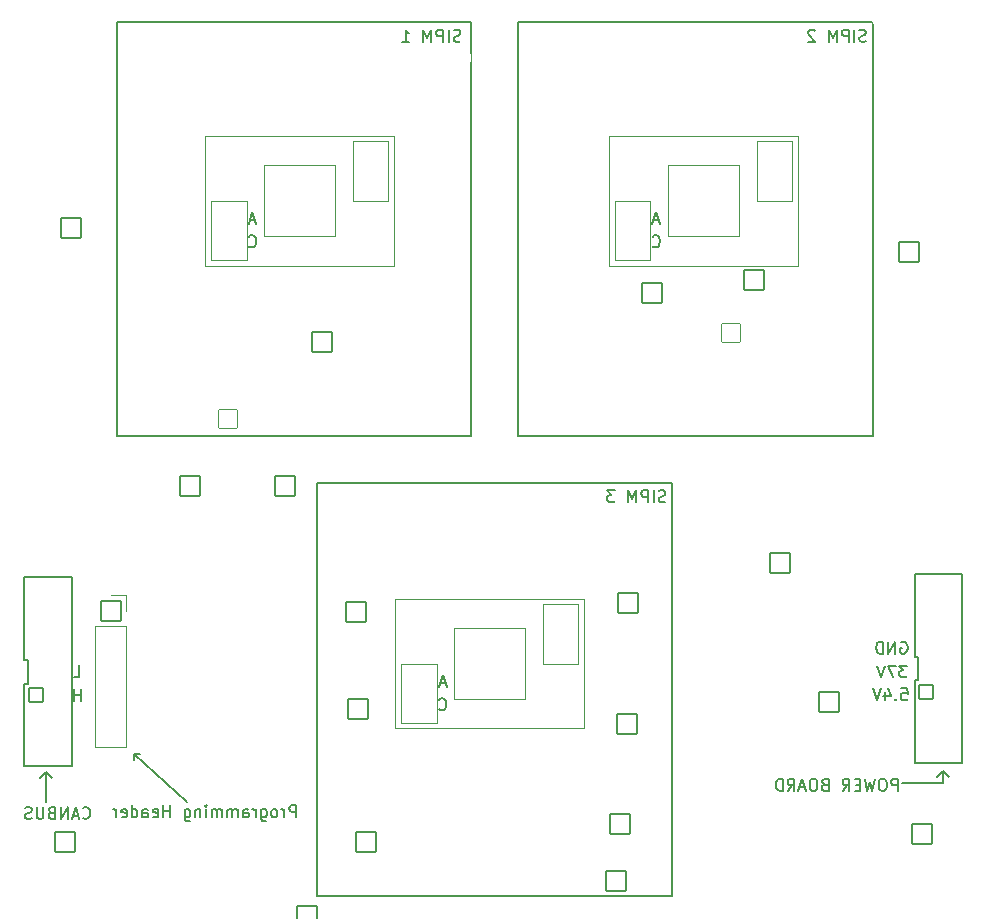
<source format=gbo>
G04 #@! TF.GenerationSoftware,KiCad,Pcbnew,6.0.0*
G04 #@! TF.CreationDate,2022-02-03T14:52:20-05:00*
G04 #@! TF.ProjectId,mama_board,6d616d61-5f62-46f6-9172-642e6b696361,rev?*
G04 #@! TF.SameCoordinates,Original*
G04 #@! TF.FileFunction,Legend,Bot*
G04 #@! TF.FilePolarity,Positive*
%FSLAX46Y46*%
G04 Gerber Fmt 4.6, Leading zero omitted, Abs format (unit mm)*
G04 Created by KiCad (PCBNEW 6.0.0) date 2022-02-03 14:52:20*
%MOMM*%
%LPD*%
G01*
G04 APERTURE LIST*
G04 Aperture macros list*
%AMRoundRect*
0 Rectangle with rounded corners*
0 $1 Rounding radius*
0 $2 $3 $4 $5 $6 $7 $8 $9 X,Y pos of 4 corners*
0 Add a 4 corners polygon primitive as box body*
4,1,4,$2,$3,$4,$5,$6,$7,$8,$9,$2,$3,0*
0 Add four circle primitives for the rounded corners*
1,1,$1+$1,$2,$3*
1,1,$1+$1,$4,$5*
1,1,$1+$1,$6,$7*
1,1,$1+$1,$8,$9*
0 Add four rect primitives between the rounded corners*
20,1,$1+$1,$2,$3,$4,$5,0*
20,1,$1+$1,$4,$5,$6,$7,0*
20,1,$1+$1,$6,$7,$8,$9,0*
20,1,$1+$1,$8,$9,$2,$3,0*%
G04 Aperture macros list end*
%ADD10C,0.150000*%
%ADD11C,0.120000*%
%ADD12C,1.625600*%
%ADD13O,1.701600X1.701600*%
%ADD14RoundRect,0.050800X0.800000X0.800000X-0.800000X0.800000X-0.800000X-0.800000X0.800000X-0.800000X0*%
%ADD15C,7.101600*%
%ADD16RoundRect,0.050800X-0.850000X-0.850000X0.850000X-0.850000X0.850000X0.850000X-0.850000X0.850000X0*%
%ADD17O,1.801600X1.801600*%
%ADD18RoundRect,0.050800X0.850000X-0.850000X0.850000X0.850000X-0.850000X0.850000X-0.850000X-0.850000X0*%
%ADD19RoundRect,0.050800X0.850000X0.850000X-0.850000X0.850000X-0.850000X-0.850000X0.850000X-0.850000X0*%
%ADD20C,1.601600*%
%ADD21RoundRect,0.050800X-0.800000X-0.800000X0.800000X-0.800000X0.800000X0.800000X-0.800000X0.800000X0*%
%ADD22RoundRect,0.050800X-0.850000X0.850000X-0.850000X-0.850000X0.850000X-0.850000X0.850000X0.850000X0*%
%ADD23C,1.301600*%
%ADD24RoundRect,0.050800X0.600000X-0.600000X0.600000X0.600000X-0.600000X0.600000X-0.600000X-0.600000X0*%
%ADD25C,2.301600*%
G04 APERTURE END LIST*
D10*
X182451261Y-128408180D02*
X182927452Y-128408180D01*
X182975071Y-128884371D01*
X182927452Y-128836752D01*
X182832214Y-128789133D01*
X182594119Y-128789133D01*
X182498880Y-128836752D01*
X182451261Y-128884371D01*
X182403642Y-128979609D01*
X182403642Y-129217704D01*
X182451261Y-129312942D01*
X182498880Y-129360561D01*
X182594119Y-129408180D01*
X182832214Y-129408180D01*
X182927452Y-129360561D01*
X182975071Y-129312942D01*
X181975071Y-129312942D02*
X181927452Y-129360561D01*
X181975071Y-129408180D01*
X182022690Y-129360561D01*
X181975071Y-129312942D01*
X181975071Y-129408180D01*
X181070309Y-128741514D02*
X181070309Y-129408180D01*
X181308404Y-128360561D02*
X181546500Y-129074847D01*
X180927452Y-129074847D01*
X180689357Y-128408180D02*
X180356023Y-129408180D01*
X180022690Y-128408180D01*
X118000000Y-134000000D02*
X117500000Y-134000000D01*
X117500000Y-134500000D02*
X117500000Y-134000000D01*
X117500000Y-134000000D02*
X122000000Y-138000000D01*
X112380976Y-127452380D02*
X112857166Y-127452380D01*
X112857166Y-126452380D01*
X112976214Y-129452380D02*
X112976214Y-128452380D01*
X112976214Y-128928571D02*
X112404785Y-128928571D01*
X112404785Y-129452380D02*
X112404785Y-128452380D01*
X182392224Y-124498480D02*
X182487462Y-124450860D01*
X182630320Y-124450860D01*
X182773177Y-124498480D01*
X182868415Y-124593718D01*
X182916034Y-124688956D01*
X182963653Y-124879432D01*
X182963653Y-125022289D01*
X182916034Y-125212765D01*
X182868415Y-125308003D01*
X182773177Y-125403241D01*
X182630320Y-125450860D01*
X182535081Y-125450860D01*
X182392224Y-125403241D01*
X182344605Y-125355622D01*
X182344605Y-125022289D01*
X182535081Y-125022289D01*
X181916034Y-125450860D02*
X181916034Y-124450860D01*
X181344605Y-125450860D01*
X181344605Y-124450860D01*
X180868415Y-125450860D02*
X180868415Y-124450860D01*
X180630320Y-124450860D01*
X180487462Y-124498480D01*
X180392224Y-124593718D01*
X180344605Y-124688956D01*
X180296986Y-124879432D01*
X180296986Y-125022289D01*
X180344605Y-125212765D01*
X180392224Y-125308003D01*
X180487462Y-125403241D01*
X180630320Y-125450860D01*
X180868415Y-125450860D01*
X182898895Y-126470160D02*
X182279847Y-126470160D01*
X182613180Y-126851113D01*
X182470323Y-126851113D01*
X182375085Y-126898732D01*
X182327466Y-126946351D01*
X182279847Y-127041589D01*
X182279847Y-127279684D01*
X182327466Y-127374922D01*
X182375085Y-127422541D01*
X182470323Y-127470160D01*
X182756038Y-127470160D01*
X182851276Y-127422541D01*
X182898895Y-127374922D01*
X181946514Y-126470160D02*
X181279847Y-126470160D01*
X181708419Y-127470160D01*
X181041752Y-126470160D02*
X180708419Y-127470160D01*
X180375085Y-126470160D01*
X182142857Y-137069660D02*
X182142857Y-136069660D01*
X181761904Y-136069660D01*
X181666666Y-136117280D01*
X181619047Y-136164899D01*
X181571428Y-136260137D01*
X181571428Y-136402994D01*
X181619047Y-136498232D01*
X181666666Y-136545851D01*
X181761904Y-136593470D01*
X182142857Y-136593470D01*
X180952380Y-136069660D02*
X180761904Y-136069660D01*
X180666666Y-136117280D01*
X180571428Y-136212518D01*
X180523809Y-136402994D01*
X180523809Y-136736327D01*
X180571428Y-136926803D01*
X180666666Y-137022041D01*
X180761904Y-137069660D01*
X180952380Y-137069660D01*
X181047619Y-137022041D01*
X181142857Y-136926803D01*
X181190476Y-136736327D01*
X181190476Y-136402994D01*
X181142857Y-136212518D01*
X181047619Y-136117280D01*
X180952380Y-136069660D01*
X180190476Y-136069660D02*
X179952380Y-137069660D01*
X179761904Y-136355375D01*
X179571428Y-137069660D01*
X179333333Y-136069660D01*
X178952380Y-136545851D02*
X178619047Y-136545851D01*
X178476190Y-137069660D02*
X178952380Y-137069660D01*
X178952380Y-136069660D01*
X178476190Y-136069660D01*
X177476190Y-137069660D02*
X177809523Y-136593470D01*
X178047619Y-137069660D02*
X178047619Y-136069660D01*
X177666666Y-136069660D01*
X177571428Y-136117280D01*
X177523809Y-136164899D01*
X177476190Y-136260137D01*
X177476190Y-136402994D01*
X177523809Y-136498232D01*
X177571428Y-136545851D01*
X177666666Y-136593470D01*
X178047619Y-136593470D01*
X175952380Y-136545851D02*
X175809523Y-136593470D01*
X175761904Y-136641089D01*
X175714285Y-136736327D01*
X175714285Y-136879184D01*
X175761904Y-136974422D01*
X175809523Y-137022041D01*
X175904761Y-137069660D01*
X176285714Y-137069660D01*
X176285714Y-136069660D01*
X175952380Y-136069660D01*
X175857142Y-136117280D01*
X175809523Y-136164899D01*
X175761904Y-136260137D01*
X175761904Y-136355375D01*
X175809523Y-136450613D01*
X175857142Y-136498232D01*
X175952380Y-136545851D01*
X176285714Y-136545851D01*
X175095238Y-136069660D02*
X174904761Y-136069660D01*
X174809523Y-136117280D01*
X174714285Y-136212518D01*
X174666666Y-136402994D01*
X174666666Y-136736327D01*
X174714285Y-136926803D01*
X174809523Y-137022041D01*
X174904761Y-137069660D01*
X175095238Y-137069660D01*
X175190476Y-137022041D01*
X175285714Y-136926803D01*
X175333333Y-136736327D01*
X175333333Y-136402994D01*
X175285714Y-136212518D01*
X175190476Y-136117280D01*
X175095238Y-136069660D01*
X174285714Y-136783946D02*
X173809523Y-136783946D01*
X174380952Y-137069660D02*
X174047619Y-136069660D01*
X173714285Y-137069660D01*
X172809523Y-137069660D02*
X173142857Y-136593470D01*
X173380952Y-137069660D02*
X173380952Y-136069660D01*
X173000000Y-136069660D01*
X172904761Y-136117280D01*
X172857142Y-136164899D01*
X172809523Y-136260137D01*
X172809523Y-136402994D01*
X172857142Y-136498232D01*
X172904761Y-136545851D01*
X173000000Y-136593470D01*
X173380952Y-136593470D01*
X172380952Y-137069660D02*
X172380952Y-136069660D01*
X172142857Y-136069660D01*
X172000000Y-136117280D01*
X171904761Y-136212518D01*
X171857142Y-136307756D01*
X171809523Y-136498232D01*
X171809523Y-136641089D01*
X171857142Y-136831565D01*
X171904761Y-136926803D01*
X172000000Y-137022041D01*
X172142857Y-137069660D01*
X172380952Y-137069660D01*
X186000000Y-136422280D02*
X186000000Y-135422280D01*
X185000000Y-136422280D02*
X186000000Y-136422280D01*
X185500000Y-135922280D02*
X186000000Y-135422280D01*
X186000000Y-135422280D02*
X186500000Y-135922280D01*
X185000000Y-136422280D02*
X182500000Y-136422280D01*
X109500000Y-136000000D02*
X110000000Y-135500000D01*
X110000000Y-135500000D02*
X110500000Y-136000000D01*
X110000000Y-138000000D02*
X110000000Y-135500000D01*
X113142857Y-139357142D02*
X113190476Y-139404761D01*
X113333333Y-139452380D01*
X113428571Y-139452380D01*
X113571428Y-139404761D01*
X113666666Y-139309523D01*
X113714285Y-139214285D01*
X113761904Y-139023809D01*
X113761904Y-138880952D01*
X113714285Y-138690476D01*
X113666666Y-138595238D01*
X113571428Y-138500000D01*
X113428571Y-138452380D01*
X113333333Y-138452380D01*
X113190476Y-138500000D01*
X113142857Y-138547619D01*
X112761904Y-139166666D02*
X112285714Y-139166666D01*
X112857142Y-139452380D02*
X112523809Y-138452380D01*
X112190476Y-139452380D01*
X111857142Y-139452380D02*
X111857142Y-138452380D01*
X111285714Y-139452380D01*
X111285714Y-138452380D01*
X110476190Y-138928571D02*
X110333333Y-138976190D01*
X110285714Y-139023809D01*
X110238095Y-139119047D01*
X110238095Y-139261904D01*
X110285714Y-139357142D01*
X110333333Y-139404761D01*
X110428571Y-139452380D01*
X110809523Y-139452380D01*
X110809523Y-138452380D01*
X110476190Y-138452380D01*
X110380952Y-138500000D01*
X110333333Y-138547619D01*
X110285714Y-138642857D01*
X110285714Y-138738095D01*
X110333333Y-138833333D01*
X110380952Y-138880952D01*
X110476190Y-138928571D01*
X110809523Y-138928571D01*
X109809523Y-138452380D02*
X109809523Y-139261904D01*
X109761904Y-139357142D01*
X109714285Y-139404761D01*
X109619047Y-139452380D01*
X109428571Y-139452380D01*
X109333333Y-139404761D01*
X109285714Y-139357142D01*
X109238095Y-139261904D01*
X109238095Y-138452380D01*
X108809523Y-139404761D02*
X108666666Y-139452380D01*
X108428571Y-139452380D01*
X108333333Y-139404761D01*
X108285714Y-139357142D01*
X108238095Y-139261904D01*
X108238095Y-139166666D01*
X108285714Y-139071428D01*
X108333333Y-139023809D01*
X108428571Y-138976190D01*
X108619047Y-138928571D01*
X108714285Y-138880952D01*
X108761904Y-138833333D01*
X108809523Y-138738095D01*
X108809523Y-138642857D01*
X108761904Y-138547619D01*
X108714285Y-138500000D01*
X108619047Y-138452380D01*
X108380952Y-138452380D01*
X108238095Y-138500000D01*
X162457140Y-112594201D02*
X162314283Y-112641820D01*
X162076188Y-112641820D01*
X161980950Y-112594201D01*
X161933331Y-112546582D01*
X161885712Y-112451344D01*
X161885712Y-112356106D01*
X161933331Y-112260868D01*
X161980950Y-112213249D01*
X162076188Y-112165630D01*
X162266664Y-112118011D01*
X162361902Y-112070392D01*
X162409521Y-112022773D01*
X162457140Y-111927535D01*
X162457140Y-111832297D01*
X162409521Y-111737059D01*
X162361902Y-111689440D01*
X162266664Y-111641820D01*
X162028569Y-111641820D01*
X161885712Y-111689440D01*
X161457140Y-112641820D02*
X161457140Y-111641820D01*
X160980950Y-112641820D02*
X160980950Y-111641820D01*
X160599998Y-111641820D01*
X160504760Y-111689440D01*
X160457140Y-111737059D01*
X160409521Y-111832297D01*
X160409521Y-111975154D01*
X160457140Y-112070392D01*
X160504760Y-112118011D01*
X160599998Y-112165630D01*
X160980950Y-112165630D01*
X159980950Y-112641820D02*
X159980950Y-111641820D01*
X159647617Y-112356106D01*
X159314283Y-111641820D01*
X159314283Y-112641820D01*
X158171426Y-111641820D02*
X157552379Y-111641820D01*
X157885712Y-112022773D01*
X157742855Y-112022773D01*
X157647617Y-112070392D01*
X157599998Y-112118011D01*
X157552379Y-112213249D01*
X157552379Y-112451344D01*
X157599998Y-112546582D01*
X157647617Y-112594201D01*
X157742855Y-112641820D01*
X158028569Y-112641820D01*
X158123807Y-112594201D01*
X158171426Y-112546582D01*
X179452380Y-73599761D02*
X179309523Y-73647380D01*
X179071428Y-73647380D01*
X178976190Y-73599761D01*
X178928571Y-73552142D01*
X178880952Y-73456904D01*
X178880952Y-73361666D01*
X178928571Y-73266428D01*
X178976190Y-73218809D01*
X179071428Y-73171190D01*
X179261904Y-73123571D01*
X179357142Y-73075952D01*
X179404761Y-73028333D01*
X179452380Y-72933095D01*
X179452380Y-72837857D01*
X179404761Y-72742619D01*
X179357142Y-72695000D01*
X179261904Y-72647380D01*
X179023809Y-72647380D01*
X178880952Y-72695000D01*
X178452380Y-73647380D02*
X178452380Y-72647380D01*
X177976190Y-73647380D02*
X177976190Y-72647380D01*
X177595238Y-72647380D01*
X177500000Y-72695000D01*
X177452380Y-72742619D01*
X177404761Y-72837857D01*
X177404761Y-72980714D01*
X177452380Y-73075952D01*
X177500000Y-73123571D01*
X177595238Y-73171190D01*
X177976190Y-73171190D01*
X176976190Y-73647380D02*
X176976190Y-72647380D01*
X176642857Y-73361666D01*
X176309523Y-72647380D01*
X176309523Y-73647380D01*
X175119047Y-72742619D02*
X175071428Y-72695000D01*
X174976190Y-72647380D01*
X174738095Y-72647380D01*
X174642857Y-72695000D01*
X174595238Y-72742619D01*
X174547619Y-72837857D01*
X174547619Y-72933095D01*
X174595238Y-73075952D01*
X175166666Y-73647380D01*
X174547619Y-73647380D01*
X145102380Y-73604761D02*
X144959523Y-73652380D01*
X144721428Y-73652380D01*
X144626190Y-73604761D01*
X144578571Y-73557142D01*
X144530952Y-73461904D01*
X144530952Y-73366666D01*
X144578571Y-73271428D01*
X144626190Y-73223809D01*
X144721428Y-73176190D01*
X144911904Y-73128571D01*
X145007142Y-73080952D01*
X145054761Y-73033333D01*
X145102380Y-72938095D01*
X145102380Y-72842857D01*
X145054761Y-72747619D01*
X145007142Y-72700000D01*
X144911904Y-72652380D01*
X144673809Y-72652380D01*
X144530952Y-72700000D01*
X144102380Y-73652380D02*
X144102380Y-72652380D01*
X143626190Y-73652380D02*
X143626190Y-72652380D01*
X143245238Y-72652380D01*
X143150000Y-72700000D01*
X143102380Y-72747619D01*
X143054761Y-72842857D01*
X143054761Y-72985714D01*
X143102380Y-73080952D01*
X143150000Y-73128571D01*
X143245238Y-73176190D01*
X143626190Y-73176190D01*
X142626190Y-73652380D02*
X142626190Y-72652380D01*
X142292857Y-73366666D01*
X141959523Y-72652380D01*
X141959523Y-73652380D01*
X140197619Y-73652380D02*
X140769047Y-73652380D01*
X140483333Y-73652380D02*
X140483333Y-72652380D01*
X140578571Y-72795238D01*
X140673809Y-72890476D01*
X140769047Y-72938095D01*
X133000000Y-111000000D02*
X163000000Y-111000000D01*
X163000000Y-146000000D02*
X133000000Y-146000000D01*
X163000000Y-111000000D02*
X163000000Y-146000000D01*
X133000000Y-111000000D02*
X133000000Y-146000000D01*
X150000000Y-72000000D02*
X180000000Y-72000000D01*
X180000000Y-107000000D02*
X150000000Y-107000000D01*
X180000000Y-72000000D02*
X180000000Y-107000000D01*
X150000000Y-72000000D02*
X150000000Y-107000000D01*
X116000000Y-72000000D02*
X146000000Y-72000000D01*
X116000000Y-72000000D02*
X116000000Y-107000000D01*
X146000000Y-107000000D02*
X116000000Y-107000000D01*
X146000000Y-72000000D02*
X146000000Y-107000000D01*
X116000000Y-72000000D02*
X146000000Y-72000000D01*
X143838095Y-127966666D02*
X143361904Y-127966666D01*
X143933333Y-128252380D02*
X143600000Y-127252380D01*
X143266666Y-128252380D01*
X143290476Y-130157142D02*
X143338095Y-130204761D01*
X143480952Y-130252380D01*
X143576190Y-130252380D01*
X143719047Y-130204761D01*
X143814285Y-130109523D01*
X143861904Y-130014285D01*
X143909523Y-129823809D01*
X143909523Y-129680952D01*
X143861904Y-129490476D01*
X143814285Y-129395238D01*
X143719047Y-129300000D01*
X143576190Y-129252380D01*
X143480952Y-129252380D01*
X143338095Y-129300000D01*
X143290476Y-129347619D01*
X161938095Y-88766666D02*
X161461904Y-88766666D01*
X162033333Y-89052380D02*
X161700000Y-88052380D01*
X161366666Y-89052380D01*
X161390476Y-90957142D02*
X161438095Y-91004761D01*
X161580952Y-91052380D01*
X161676190Y-91052380D01*
X161819047Y-91004761D01*
X161914285Y-90909523D01*
X161961904Y-90814285D01*
X162009523Y-90623809D01*
X162009523Y-90480952D01*
X161961904Y-90290476D01*
X161914285Y-90195238D01*
X161819047Y-90100000D01*
X161676190Y-90052380D01*
X161580952Y-90052380D01*
X161438095Y-90100000D01*
X161390476Y-90147619D01*
X127738095Y-88766666D02*
X127261904Y-88766666D01*
X127833333Y-89052380D02*
X127500000Y-88052380D01*
X127166666Y-89052380D01*
X127190476Y-90957142D02*
X127238095Y-91004761D01*
X127380952Y-91052380D01*
X127476190Y-91052380D01*
X127619047Y-91004761D01*
X127714285Y-90909523D01*
X127761904Y-90814285D01*
X127809523Y-90623809D01*
X127809523Y-90480952D01*
X127761904Y-90290476D01*
X127714285Y-90195238D01*
X127619047Y-90100000D01*
X127476190Y-90052380D01*
X127380952Y-90052380D01*
X127238095Y-90100000D01*
X127190476Y-90147619D01*
X131190476Y-139312380D02*
X131190476Y-138312380D01*
X130809523Y-138312380D01*
X130714285Y-138360000D01*
X130666666Y-138407619D01*
X130619047Y-138502857D01*
X130619047Y-138645714D01*
X130666666Y-138740952D01*
X130714285Y-138788571D01*
X130809523Y-138836190D01*
X131190476Y-138836190D01*
X130190476Y-139312380D02*
X130190476Y-138645714D01*
X130190476Y-138836190D02*
X130142857Y-138740952D01*
X130095238Y-138693333D01*
X130000000Y-138645714D01*
X129904761Y-138645714D01*
X129428571Y-139312380D02*
X129523809Y-139264761D01*
X129571428Y-139217142D01*
X129619047Y-139121904D01*
X129619047Y-138836190D01*
X129571428Y-138740952D01*
X129523809Y-138693333D01*
X129428571Y-138645714D01*
X129285714Y-138645714D01*
X129190476Y-138693333D01*
X129142857Y-138740952D01*
X129095238Y-138836190D01*
X129095238Y-139121904D01*
X129142857Y-139217142D01*
X129190476Y-139264761D01*
X129285714Y-139312380D01*
X129428571Y-139312380D01*
X128238095Y-138645714D02*
X128238095Y-139455238D01*
X128285714Y-139550476D01*
X128333333Y-139598095D01*
X128428571Y-139645714D01*
X128571428Y-139645714D01*
X128666666Y-139598095D01*
X128238095Y-139264761D02*
X128333333Y-139312380D01*
X128523809Y-139312380D01*
X128619047Y-139264761D01*
X128666666Y-139217142D01*
X128714285Y-139121904D01*
X128714285Y-138836190D01*
X128666666Y-138740952D01*
X128619047Y-138693333D01*
X128523809Y-138645714D01*
X128333333Y-138645714D01*
X128238095Y-138693333D01*
X127761904Y-139312380D02*
X127761904Y-138645714D01*
X127761904Y-138836190D02*
X127714285Y-138740952D01*
X127666666Y-138693333D01*
X127571428Y-138645714D01*
X127476190Y-138645714D01*
X126714285Y-139312380D02*
X126714285Y-138788571D01*
X126761904Y-138693333D01*
X126857142Y-138645714D01*
X127047619Y-138645714D01*
X127142857Y-138693333D01*
X126714285Y-139264761D02*
X126809523Y-139312380D01*
X127047619Y-139312380D01*
X127142857Y-139264761D01*
X127190476Y-139169523D01*
X127190476Y-139074285D01*
X127142857Y-138979047D01*
X127047619Y-138931428D01*
X126809523Y-138931428D01*
X126714285Y-138883809D01*
X126238095Y-139312380D02*
X126238095Y-138645714D01*
X126238095Y-138740952D02*
X126190476Y-138693333D01*
X126095238Y-138645714D01*
X125952380Y-138645714D01*
X125857142Y-138693333D01*
X125809523Y-138788571D01*
X125809523Y-139312380D01*
X125809523Y-138788571D02*
X125761904Y-138693333D01*
X125666666Y-138645714D01*
X125523809Y-138645714D01*
X125428571Y-138693333D01*
X125380952Y-138788571D01*
X125380952Y-139312380D01*
X124904761Y-139312380D02*
X124904761Y-138645714D01*
X124904761Y-138740952D02*
X124857142Y-138693333D01*
X124761904Y-138645714D01*
X124619047Y-138645714D01*
X124523809Y-138693333D01*
X124476190Y-138788571D01*
X124476190Y-139312380D01*
X124476190Y-138788571D02*
X124428571Y-138693333D01*
X124333333Y-138645714D01*
X124190476Y-138645714D01*
X124095238Y-138693333D01*
X124047619Y-138788571D01*
X124047619Y-139312380D01*
X123571428Y-139312380D02*
X123571428Y-138645714D01*
X123571428Y-138312380D02*
X123619047Y-138360000D01*
X123571428Y-138407619D01*
X123523809Y-138360000D01*
X123571428Y-138312380D01*
X123571428Y-138407619D01*
X123095238Y-138645714D02*
X123095238Y-139312380D01*
X123095238Y-138740952D02*
X123047619Y-138693333D01*
X122952380Y-138645714D01*
X122809523Y-138645714D01*
X122714285Y-138693333D01*
X122666666Y-138788571D01*
X122666666Y-139312380D01*
X121761904Y-138645714D02*
X121761904Y-139455238D01*
X121809523Y-139550476D01*
X121857142Y-139598095D01*
X121952380Y-139645714D01*
X122095238Y-139645714D01*
X122190476Y-139598095D01*
X121761904Y-139264761D02*
X121857142Y-139312380D01*
X122047619Y-139312380D01*
X122142857Y-139264761D01*
X122190476Y-139217142D01*
X122238095Y-139121904D01*
X122238095Y-138836190D01*
X122190476Y-138740952D01*
X122142857Y-138693333D01*
X122047619Y-138645714D01*
X121857142Y-138645714D01*
X121761904Y-138693333D01*
X120523809Y-139312380D02*
X120523809Y-138312380D01*
X120523809Y-138788571D02*
X119952380Y-138788571D01*
X119952380Y-139312380D02*
X119952380Y-138312380D01*
X119095238Y-139264761D02*
X119190476Y-139312380D01*
X119380952Y-139312380D01*
X119476190Y-139264761D01*
X119523809Y-139169523D01*
X119523809Y-138788571D01*
X119476190Y-138693333D01*
X119380952Y-138645714D01*
X119190476Y-138645714D01*
X119095238Y-138693333D01*
X119047619Y-138788571D01*
X119047619Y-138883809D01*
X119523809Y-138979047D01*
X118190476Y-139312380D02*
X118190476Y-138788571D01*
X118238095Y-138693333D01*
X118333333Y-138645714D01*
X118523809Y-138645714D01*
X118619047Y-138693333D01*
X118190476Y-139264761D02*
X118285714Y-139312380D01*
X118523809Y-139312380D01*
X118619047Y-139264761D01*
X118666666Y-139169523D01*
X118666666Y-139074285D01*
X118619047Y-138979047D01*
X118523809Y-138931428D01*
X118285714Y-138931428D01*
X118190476Y-138883809D01*
X117285714Y-139312380D02*
X117285714Y-138312380D01*
X117285714Y-139264761D02*
X117380952Y-139312380D01*
X117571428Y-139312380D01*
X117666666Y-139264761D01*
X117714285Y-139217142D01*
X117761904Y-139121904D01*
X117761904Y-138836190D01*
X117714285Y-138740952D01*
X117666666Y-138693333D01*
X117571428Y-138645714D01*
X117380952Y-138645714D01*
X117285714Y-138693333D01*
X116428571Y-139264761D02*
X116523809Y-139312380D01*
X116714285Y-139312380D01*
X116809523Y-139264761D01*
X116857142Y-139169523D01*
X116857142Y-138788571D01*
X116809523Y-138693333D01*
X116714285Y-138645714D01*
X116523809Y-138645714D01*
X116428571Y-138693333D01*
X116380952Y-138788571D01*
X116380952Y-138883809D01*
X116857142Y-138979047D01*
X115952380Y-139312380D02*
X115952380Y-138645714D01*
X115952380Y-138836190D02*
X115904761Y-138740952D01*
X115857142Y-138693333D01*
X115761904Y-138645714D01*
X115666666Y-138645714D01*
D11*
X150600000Y-123300000D02*
X150600000Y-126300000D01*
X144600000Y-123300000D02*
X150600000Y-123300000D01*
X144600000Y-129300000D02*
X144600000Y-123300000D01*
X150600000Y-129300000D02*
X144600000Y-129300000D01*
X150600000Y-126300000D02*
X150600000Y-129300000D01*
X152100000Y-121300000D02*
X152100000Y-126300000D01*
X152100000Y-126300000D02*
X155100000Y-126300000D01*
X155100000Y-121300000D02*
X152100000Y-121300000D01*
X155100000Y-126300000D02*
X155100000Y-121300000D01*
X140100000Y-126300000D02*
X140100000Y-131300000D01*
X143100000Y-126300000D02*
X140100000Y-126300000D01*
X143100000Y-131300000D02*
X143100000Y-126300000D01*
X140100000Y-131300000D02*
X143100000Y-131300000D01*
X139600000Y-120800000D02*
X139600000Y-131800000D01*
X155600000Y-120800000D02*
X139600000Y-120800000D01*
X155600000Y-131800000D02*
X155600000Y-120800000D01*
X155600000Y-131800000D02*
X147600000Y-131800000D01*
X147600000Y-131800000D02*
X139600000Y-131800000D01*
X168700000Y-84100000D02*
X168700000Y-87100000D01*
X162700000Y-84100000D02*
X168700000Y-84100000D01*
X162700000Y-90100000D02*
X162700000Y-84100000D01*
X168700000Y-90100000D02*
X162700000Y-90100000D01*
X168700000Y-87100000D02*
X168700000Y-90100000D01*
X170200000Y-82100000D02*
X170200000Y-87100000D01*
X170200000Y-87100000D02*
X173200000Y-87100000D01*
X173200000Y-82100000D02*
X170200000Y-82100000D01*
X173200000Y-87100000D02*
X173200000Y-82100000D01*
X158200000Y-87100000D02*
X158200000Y-92100000D01*
X161200000Y-87100000D02*
X158200000Y-87100000D01*
X161200000Y-92100000D02*
X161200000Y-87100000D01*
X158200000Y-92100000D02*
X161200000Y-92100000D01*
X157700000Y-81600000D02*
X157700000Y-92600000D01*
X173700000Y-81600000D02*
X157700000Y-81600000D01*
X173700000Y-92600000D02*
X173700000Y-81600000D01*
X173700000Y-92600000D02*
X165700000Y-92600000D01*
X165700000Y-92600000D02*
X157700000Y-92600000D01*
X134500000Y-84100000D02*
X134500000Y-87100000D01*
X128500000Y-84100000D02*
X134500000Y-84100000D01*
X128500000Y-90100000D02*
X128500000Y-84100000D01*
X134500000Y-90100000D02*
X128500000Y-90100000D01*
X134500000Y-87100000D02*
X134500000Y-90100000D01*
X136000000Y-82100000D02*
X136000000Y-87100000D01*
X136000000Y-87100000D02*
X139000000Y-87100000D01*
X139000000Y-82100000D02*
X136000000Y-82100000D01*
X139000000Y-87100000D02*
X139000000Y-82100000D01*
X124000000Y-87100000D02*
X124000000Y-92100000D01*
X127000000Y-87100000D02*
X124000000Y-87100000D01*
X127000000Y-92100000D02*
X127000000Y-87100000D01*
X124000000Y-92100000D02*
X127000000Y-92100000D01*
X123500000Y-81600000D02*
X123500000Y-92600000D01*
X139500000Y-81600000D02*
X123500000Y-81600000D01*
X139500000Y-92600000D02*
X139500000Y-81600000D01*
X139500000Y-92600000D02*
X131500000Y-92600000D01*
X131500000Y-92600000D02*
X123500000Y-92600000D01*
D10*
X112190500Y-135000000D02*
X108190500Y-135000000D01*
X112190500Y-119000000D02*
X112190500Y-135000000D01*
X108190500Y-119000000D02*
X112190500Y-119000000D01*
X108190500Y-126000000D02*
X108190500Y-119000000D01*
X108490500Y-126000000D02*
X108190500Y-126000000D01*
X108490500Y-128000000D02*
X108490500Y-126000000D01*
X108190500Y-128000000D02*
X108490500Y-128000000D01*
X108190500Y-135000000D02*
X108190500Y-128000000D01*
X187556400Y-134727200D02*
X183556400Y-134727200D01*
X187556400Y-118727200D02*
X187556400Y-134727200D01*
X183556400Y-118727200D02*
X187556400Y-118727200D01*
X183556400Y-125727200D02*
X183556400Y-118727200D01*
X183856400Y-125727200D02*
X183556400Y-125727200D01*
X183856400Y-127727200D02*
X183856400Y-125727200D01*
X183556400Y-127727200D02*
X183856400Y-127727200D01*
X183556400Y-134727200D02*
X183556400Y-127727200D01*
D11*
X116830000Y-120530000D02*
X115500000Y-120530000D01*
X116830000Y-121860000D02*
X116830000Y-120530000D01*
X116830000Y-123130000D02*
X114170000Y-123130000D01*
X114170000Y-123130000D02*
X114170000Y-133350000D01*
X116830000Y-123130000D02*
X116830000Y-133350000D01*
X116830000Y-133350000D02*
X114170000Y-133350000D01*
%LPC*%
D12*
X141600000Y-127800000D03*
X141600000Y-129800000D03*
D13*
X117780000Y-105600000D03*
X125400000Y-97980000D03*
X117780000Y-103060000D03*
X125400000Y-100520000D03*
X117780000Y-100520000D03*
X125400000Y-103060000D03*
X117780000Y-97980000D03*
D14*
X125400000Y-105600000D03*
D15*
X183000000Y-70000000D03*
X113000000Y-70000000D03*
X113000000Y-148000000D03*
X183000000Y-148000000D03*
D12*
X159700000Y-88600000D03*
X159700000Y-90600000D03*
X125500000Y-88600000D03*
X125500000Y-90600000D03*
D16*
X172148500Y-117792500D03*
X158250000Y-144725000D03*
D17*
X161190000Y-139850000D03*
D18*
X158650000Y-139850000D03*
D17*
X136450000Y-127610000D03*
D19*
X136450000Y-130150000D03*
D20*
X140340000Y-75000000D03*
X145220000Y-75000000D03*
D13*
X175645000Y-98350000D03*
X168025000Y-105970000D03*
X175645000Y-100890000D03*
X168025000Y-103430000D03*
X175645000Y-103430000D03*
X168025000Y-100890000D03*
X175645000Y-105970000D03*
D21*
X168025000Y-98350000D03*
D16*
X161350000Y-94925000D03*
D19*
X133350000Y-99060000D03*
X130223260Y-111295180D03*
D16*
X169935000Y-93845000D03*
D19*
X112141000Y-89408000D03*
X122190000Y-111290000D03*
D16*
X184150000Y-140716000D03*
X159258000Y-121137680D03*
X136250000Y-121950000D03*
X132100000Y-147650000D03*
D17*
X173810000Y-129560000D03*
D22*
X176350000Y-129560000D03*
D19*
X159176720Y-131434840D03*
D17*
X159176720Y-128894840D03*
X139690000Y-141400000D03*
D18*
X137150000Y-141400000D03*
X111650000Y-141400000D03*
D17*
X114190000Y-141400000D03*
D23*
X109190500Y-127000000D03*
D24*
X109190500Y-129000000D03*
D23*
X109190500Y-125000000D03*
X111190500Y-125000000D03*
X111190500Y-127000000D03*
X111190500Y-129000000D03*
D25*
X110190500Y-121500000D03*
X110190500Y-132500000D03*
D17*
X183124840Y-86374280D03*
X183124840Y-88914280D03*
D19*
X183124840Y-91454280D03*
D23*
X184556400Y-126727200D03*
D24*
X184556400Y-128727200D03*
D23*
X184556400Y-124727200D03*
X186556400Y-124727200D03*
X186556400Y-126727200D03*
X186556400Y-128727200D03*
D25*
X185556400Y-121227200D03*
X185556400Y-132227200D03*
D19*
X115500000Y-121860000D03*
D17*
X115500000Y-124400000D03*
X115500000Y-126940000D03*
X115500000Y-129480000D03*
X115500000Y-132020000D03*
M02*

</source>
